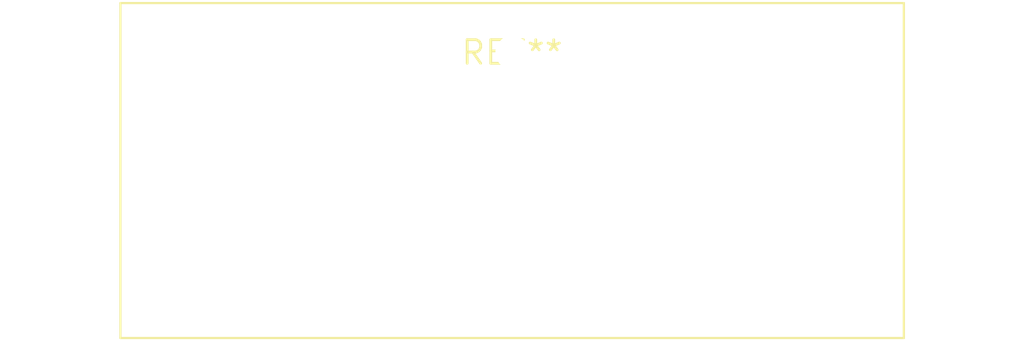
<source format=kicad_pcb>
(kicad_pcb (version 20240108) (generator pcbnew)
  (layers (0 "F.Cu" signal) (31 "B.Cu" signal) (34 "B.Paste" user) (35 "F.Paste" user) (36 "B.SilkS" user "B.Silkscreen") (37 "F.SilkS" user "F.Silkscreen") (38 "B.Mask" user) (39 "F.Mask" user) (44 "Edge.Cuts" user))
  (net 0 "")
  (footprint "L_Toroid_Vertical_L41.9mm_W17.8mm_P12.70mm_Pulse_F" (layer "F.Cu") (at 0 0)
    (property "Reference" "REF**")
    (property "Value" "L_Toroid_Vertical_L41.9mm_W17.8mm_P12.70mm_Pulse_F")
    (fp_line (start -21.075 -2.66) (end -21.075 15.36) (layer "F.SilkS") (stroke (width 0.12)))
    (fp_line (start -21.075 -2.66) (end 21.075 -2.66) (layer "F.SilkS") (stroke (width 0.12)))
    (fp_line (start -21.075 15.36) (end 21.075 15.36) (layer "F.SilkS") (stroke (width 0.12)))
    (fp_line (start 21.075 -2.66) (end 21.075 15.36) (layer "F.SilkS") (stroke (width 0.12)))
    (pad "1" thru_hole circle (at 0 0) (size 3.6 3.6) (drill 1.8) (layers *.Cu *.Mask) (remove_unused_layers))
    (pad "2" thru_hole circle (at 0 12.7) (size 3.6 3.6) (drill 1.8) (layers *.Cu *.Mask) (remove_unused_layers))
  )
)
</source>
